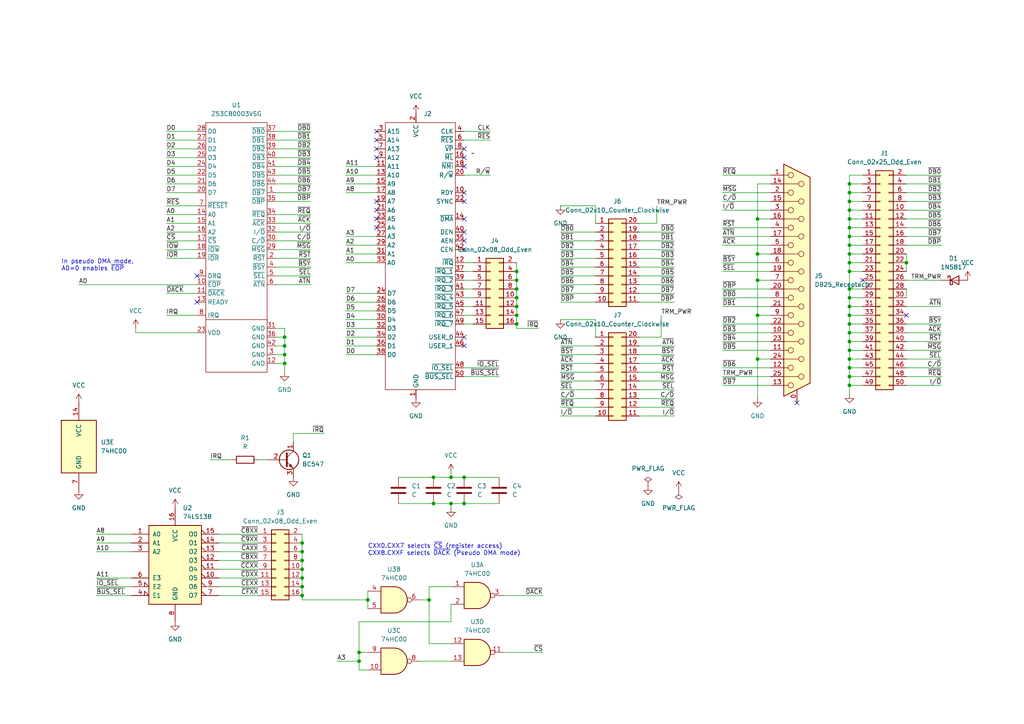
<source format=kicad_sch>
(kicad_sch (version 20230121) (generator eeschema)
  (paper "A4")
  (junction (at 106.68 173.99))
  (junction (at 246.38 60.96))
  (junction (at 219.71 104.14))
  (junction (at 149.86 86.36))
  (junction (at 134.62 138.43))
  (junction (at 82.55 105.41))
  (junction (at 87.63 172.72))
  (junction (at 246.38 83.82))
  (junction (at 246.38 66.04))
  (junction (at 246.38 76.2))
  (junction (at 246.38 68.58))
  (junction (at 246.38 88.9))
  (junction (at 246.38 55.88))
  (junction (at 246.38 63.5))
  (junction (at 149.86 88.9))
  (junction (at 149.86 91.44))
  (junction (at 246.38 86.36))
  (junction (at 149.86 81.28))
  (junction (at 149.86 93.98))
  (junction (at 130.81 138.43))
  (junction (at 262.89 76.2))
  (junction (at 87.63 157.48))
  (junction (at 246.38 104.14))
  (junction (at 149.86 83.82))
  (junction (at 130.81 146.05))
  (junction (at 246.38 96.52))
  (junction (at 149.86 78.74))
  (junction (at 87.63 167.64))
  (junction (at 246.38 106.68))
  (junction (at 246.38 78.74))
  (junction (at 219.71 91.44))
  (junction (at 246.38 101.6))
  (junction (at 87.63 165.1))
  (junction (at 82.55 102.87))
  (junction (at 87.63 160.02))
  (junction (at 219.71 63.5))
  (junction (at 246.38 93.98))
  (junction (at 125.73 138.43))
  (junction (at 246.38 73.66))
  (junction (at 82.55 100.33))
  (junction (at 104.14 191.77))
  (junction (at 125.73 146.05))
  (junction (at 134.62 146.05))
  (junction (at 87.63 170.18))
  (junction (at 124.46 173.99))
  (junction (at 104.14 189.23))
  (junction (at 87.63 162.56))
  (junction (at 246.38 71.12))
  (junction (at 246.38 99.06))
  (junction (at 246.38 91.44))
  (junction (at 219.71 73.66))
  (junction (at 82.55 97.79))
  (junction (at 246.38 109.22))
  (junction (at 246.38 111.76))
  (junction (at 219.71 81.28))
  (junction (at 246.38 58.42))
  (junction (at 246.38 53.34))
  (no_connect (at 109.22 40.64))
  (no_connect (at 134.62 55.88))
  (no_connect (at 109.22 38.1))
  (no_connect (at 134.62 97.79))
  (no_connect (at 57.15 80.01))
  (no_connect (at 57.15 87.63))
  (no_connect (at 109.22 43.18))
  (no_connect (at 109.22 60.96))
  (no_connect (at 250.19 81.28))
  (no_connect (at 109.22 45.72))
  (no_connect (at 109.22 66.04))
  (no_connect (at 134.62 72.39))
  (no_connect (at 134.62 45.72))
  (no_connect (at 134.62 69.85))
  (no_connect (at 231.14 116.84))
  (no_connect (at 134.62 43.18))
  (no_connect (at 109.22 58.42))
  (no_connect (at 134.62 48.26))
  (no_connect (at 134.62 67.31))
  (no_connect (at 262.89 91.44))
  (no_connect (at 109.22 63.5))
  (no_connect (at 134.62 63.5))
  (no_connect (at 134.62 100.33))
  (no_connect (at 134.62 58.42))
  (wire (pts (xy 100.33 48.26) (xy 109.22 48.26)))
  (wire (pts (xy 146.05 172.72) (xy 157.48 172.72)))
  (wire (pts (xy 262.89 73.66) (xy 262.89 76.2)))
  (wire (pts (xy 209.55 60.96) (xy 223.52 60.96)))
  (wire (pts (xy 162.56 87.63) (xy 172.72 87.63)))
  (wire (pts (xy 130.81 186.69) (xy 124.46 186.69)))
  (wire (pts (xy 100.33 85.09) (xy 109.22 85.09)))
  (wire (pts (xy 39.37 95.25) (xy 39.37 96.52)))
  (wire (pts (xy 162.56 85.09) (xy 172.72 85.09)))
  (wire (pts (xy 209.55 66.04) (xy 223.52 66.04)))
  (wire (pts (xy 246.38 66.04) (xy 246.38 68.58)))
  (wire (pts (xy 246.38 96.52) (xy 250.19 96.52)))
  (wire (pts (xy 246.38 50.8) (xy 246.38 53.34)))
  (wire (pts (xy 115.57 146.05) (xy 125.73 146.05)))
  (wire (pts (xy 48.26 40.64) (xy 57.15 40.64)))
  (wire (pts (xy 90.17 77.47) (xy 80.01 77.47)))
  (wire (pts (xy 90.17 53.34) (xy 80.01 53.34)))
  (wire (pts (xy 48.26 50.8) (xy 57.15 50.8)))
  (wire (pts (xy 246.38 66.04) (xy 250.19 66.04)))
  (wire (pts (xy 149.86 91.44) (xy 149.86 93.98)))
  (wire (pts (xy 130.81 146.05) (xy 130.81 147.32)))
  (wire (pts (xy 90.17 40.64) (xy 80.01 40.64)))
  (wire (pts (xy 246.38 86.36) (xy 250.19 86.36)))
  (wire (pts (xy 162.56 115.57) (xy 172.72 115.57)))
  (wire (pts (xy 100.33 73.66) (xy 109.22 73.66)))
  (wire (pts (xy 130.81 146.05) (xy 134.62 146.05)))
  (wire (pts (xy 246.38 91.44) (xy 250.19 91.44)))
  (wire (pts (xy 195.58 74.93) (xy 185.42 74.93)))
  (wire (pts (xy 162.56 118.11) (xy 172.72 118.11)))
  (wire (pts (xy 48.26 43.18) (xy 57.15 43.18)))
  (wire (pts (xy 85.09 128.27) (xy 85.09 125.73)))
  (wire (pts (xy 273.05 58.42) (xy 262.89 58.42)))
  (wire (pts (xy 273.05 66.04) (xy 262.89 66.04)))
  (wire (pts (xy 246.38 68.58) (xy 246.38 71.12)))
  (wire (pts (xy 195.58 69.85) (xy 185.42 69.85)))
  (wire (pts (xy 82.55 100.33) (xy 82.55 102.87)))
  (wire (pts (xy 137.16 93.98) (xy 134.62 93.98)))
  (wire (pts (xy 134.62 106.68) (xy 144.78 106.68)))
  (wire (pts (xy 246.38 104.14) (xy 246.38 106.68)))
  (wire (pts (xy 246.38 63.5) (xy 250.19 63.5)))
  (wire (pts (xy 82.55 105.41) (xy 82.55 107.95)))
  (wire (pts (xy 100.33 68.58) (xy 109.22 68.58)))
  (wire (pts (xy 137.16 78.74) (xy 134.62 78.74)))
  (wire (pts (xy 74.93 154.94) (xy 63.5 154.94)))
  (wire (pts (xy 273.05 99.06) (xy 262.89 99.06)))
  (wire (pts (xy 60.96 133.35) (xy 67.31 133.35)))
  (wire (pts (xy 87.63 170.18) (xy 87.63 172.72)))
  (wire (pts (xy 246.38 55.88) (xy 246.38 58.42)))
  (wire (pts (xy 246.38 101.6) (xy 250.19 101.6)))
  (wire (pts (xy 185.42 64.77) (xy 190.5 64.77)))
  (wire (pts (xy 130.81 175.26) (xy 130.81 180.34)))
  (wire (pts (xy 246.38 99.06) (xy 246.38 101.6)))
  (wire (pts (xy 90.17 64.77) (xy 80.01 64.77)))
  (wire (pts (xy 100.33 92.71) (xy 109.22 92.71)))
  (wire (pts (xy 162.56 59.69) (xy 172.72 59.69)))
  (wire (pts (xy 87.63 157.48) (xy 87.63 160.02)))
  (wire (pts (xy 246.38 71.12) (xy 246.38 73.66)))
  (wire (pts (xy 100.33 87.63) (xy 109.22 87.63)))
  (wire (pts (xy 273.05 96.52) (xy 262.89 96.52)))
  (wire (pts (xy 195.58 67.31) (xy 185.42 67.31)))
  (wire (pts (xy 273.05 93.98) (xy 262.89 93.98)))
  (wire (pts (xy 48.26 64.77) (xy 57.15 64.77)))
  (wire (pts (xy 125.73 146.05) (xy 130.81 146.05)))
  (wire (pts (xy 149.86 76.2) (xy 149.86 78.74)))
  (wire (pts (xy 38.1 170.18) (xy 27.94 170.18)))
  (wire (pts (xy 48.26 53.34) (xy 57.15 53.34)))
  (wire (pts (xy 219.71 104.14) (xy 219.71 115.57)))
  (wire (pts (xy 48.26 59.69) (xy 57.15 59.69)))
  (wire (pts (xy 87.63 154.94) (xy 87.63 157.48)))
  (wire (pts (xy 246.38 63.5) (xy 246.38 66.04)))
  (wire (pts (xy 162.56 100.33) (xy 172.72 100.33)))
  (wire (pts (xy 162.56 107.95) (xy 172.72 107.95)))
  (wire (pts (xy 209.55 88.9) (xy 223.52 88.9)))
  (wire (pts (xy 246.38 78.74) (xy 250.19 78.74)))
  (wire (pts (xy 82.55 102.87) (xy 82.55 105.41)))
  (wire (pts (xy 87.63 173.99) (xy 106.68 173.99)))
  (wire (pts (xy 246.38 55.88) (xy 250.19 55.88)))
  (wire (pts (xy 246.38 109.22) (xy 246.38 111.76)))
  (wire (pts (xy 27.94 167.64) (xy 38.1 167.64)))
  (wire (pts (xy 219.71 63.5) (xy 219.71 73.66)))
  (wire (pts (xy 100.33 76.2) (xy 109.22 76.2)))
  (wire (pts (xy 104.14 191.77) (xy 104.14 194.31)))
  (wire (pts (xy 82.55 100.33) (xy 80.01 100.33)))
  (wire (pts (xy 149.86 78.74) (xy 149.86 81.28)))
  (wire (pts (xy 209.55 93.98) (xy 223.52 93.98)))
  (wire (pts (xy 209.55 76.2) (xy 223.52 76.2)))
  (wire (pts (xy 74.93 160.02) (xy 63.5 160.02)))
  (wire (pts (xy 106.68 173.99) (xy 106.68 171.45)))
  (wire (pts (xy 82.55 105.41) (xy 80.01 105.41)))
  (wire (pts (xy 90.17 55.88) (xy 80.01 55.88)))
  (wire (pts (xy 27.94 154.94) (xy 38.1 154.94)))
  (wire (pts (xy 246.38 101.6) (xy 246.38 104.14)))
  (wire (pts (xy 162.56 72.39) (xy 172.72 72.39)))
  (wire (pts (xy 149.86 83.82) (xy 149.86 86.36)))
  (wire (pts (xy 115.57 138.43) (xy 125.73 138.43)))
  (wire (pts (xy 191.77 97.79) (xy 191.77 91.44)))
  (wire (pts (xy 246.38 83.82) (xy 246.38 86.36)))
  (wire (pts (xy 90.17 43.18) (xy 80.01 43.18)))
  (wire (pts (xy 172.72 92.71) (xy 172.72 97.79)))
  (wire (pts (xy 195.58 85.09) (xy 185.42 85.09)))
  (wire (pts (xy 48.26 67.31) (xy 57.15 67.31)))
  (wire (pts (xy 219.71 73.66) (xy 223.52 73.66)))
  (wire (pts (xy 74.93 157.48) (xy 63.5 157.48)))
  (wire (pts (xy 100.33 100.33) (xy 109.22 100.33)))
  (wire (pts (xy 246.38 96.52) (xy 246.38 99.06)))
  (wire (pts (xy 130.81 180.34) (xy 104.14 180.34)))
  (wire (pts (xy 106.68 173.99) (xy 106.68 176.53)))
  (wire (pts (xy 82.55 95.25) (xy 80.01 95.25)))
  (wire (pts (xy 246.38 60.96) (xy 250.19 60.96)))
  (wire (pts (xy 223.52 53.34) (xy 219.71 53.34)))
  (wire (pts (xy 100.33 95.25) (xy 109.22 95.25)))
  (wire (pts (xy 162.56 74.93) (xy 172.72 74.93)))
  (wire (pts (xy 246.38 93.98) (xy 250.19 93.98)))
  (wire (pts (xy 124.46 170.18) (xy 130.81 170.18)))
  (wire (pts (xy 195.58 118.11) (xy 185.42 118.11)))
  (wire (pts (xy 246.38 111.76) (xy 246.38 114.3)))
  (wire (pts (xy 209.55 83.82) (xy 223.52 83.82)))
  (wire (pts (xy 246.38 58.42) (xy 250.19 58.42)))
  (wire (pts (xy 137.16 83.82) (xy 134.62 83.82)))
  (wire (pts (xy 209.55 99.06) (xy 223.52 99.06)))
  (wire (pts (xy 121.92 173.99) (xy 124.46 173.99)))
  (wire (pts (xy 273.05 106.68) (xy 262.89 106.68)))
  (wire (pts (xy 149.86 86.36) (xy 149.86 88.9)))
  (wire (pts (xy 90.17 45.72) (xy 80.01 45.72)))
  (wire (pts (xy 48.26 91.44) (xy 57.15 91.44)))
  (wire (pts (xy 134.62 138.43) (xy 144.78 138.43)))
  (wire (pts (xy 162.56 92.71) (xy 172.72 92.71)))
  (wire (pts (xy 195.58 107.95) (xy 185.42 107.95)))
  (wire (pts (xy 246.38 60.96) (xy 246.38 63.5)))
  (wire (pts (xy 87.63 160.02) (xy 87.63 162.56)))
  (wire (pts (xy 185.42 97.79) (xy 191.77 97.79)))
  (wire (pts (xy 90.17 58.42) (xy 80.01 58.42)))
  (wire (pts (xy 209.55 111.76) (xy 223.52 111.76)))
  (wire (pts (xy 246.38 73.66) (xy 246.38 76.2)))
  (wire (pts (xy 209.55 58.42) (xy 223.52 58.42)))
  (wire (pts (xy 246.38 78.74) (xy 246.38 83.82)))
  (wire (pts (xy 137.16 91.44) (xy 134.62 91.44)))
  (wire (pts (xy 48.26 85.09) (xy 57.15 85.09)))
  (wire (pts (xy 246.38 88.9) (xy 246.38 91.44)))
  (wire (pts (xy 209.55 71.12) (xy 223.52 71.12)))
  (wire (pts (xy 121.92 191.77) (xy 130.81 191.77)))
  (wire (pts (xy 219.71 63.5) (xy 223.52 63.5)))
  (wire (pts (xy 209.55 68.58) (xy 223.52 68.58)))
  (wire (pts (xy 137.16 86.36) (xy 134.62 86.36)))
  (wire (pts (xy 90.17 82.55) (xy 80.01 82.55)))
  (wire (pts (xy 162.56 80.01) (xy 172.72 80.01)))
  (wire (pts (xy 195.58 102.87) (xy 185.42 102.87)))
  (wire (pts (xy 48.26 48.26) (xy 57.15 48.26)))
  (wire (pts (xy 104.14 194.31) (xy 106.68 194.31)))
  (wire (pts (xy 27.94 157.48) (xy 38.1 157.48)))
  (wire (pts (xy 246.38 99.06) (xy 250.19 99.06)))
  (wire (pts (xy 162.56 105.41) (xy 172.72 105.41)))
  (wire (pts (xy 246.38 76.2) (xy 246.38 78.74)))
  (wire (pts (xy 209.55 50.8) (xy 223.52 50.8)))
  (wire (pts (xy 87.63 165.1) (xy 87.63 167.64)))
  (wire (pts (xy 219.71 91.44) (xy 219.71 104.14)))
  (wire (pts (xy 100.33 90.17) (xy 109.22 90.17)))
  (wire (pts (xy 273.05 111.76) (xy 262.89 111.76)))
  (wire (pts (xy 74.93 170.18) (xy 63.5 170.18)))
  (wire (pts (xy 195.58 120.65) (xy 185.42 120.65)))
  (wire (pts (xy 27.94 160.02) (xy 38.1 160.02)))
  (wire (pts (xy 149.86 93.98) (xy 149.86 95.25)))
  (wire (pts (xy 246.38 58.42) (xy 246.38 60.96)))
  (wire (pts (xy 246.38 88.9) (xy 250.19 88.9)))
  (wire (pts (xy 195.58 105.41) (xy 185.42 105.41)))
  (wire (pts (xy 90.17 48.26) (xy 80.01 48.26)))
  (wire (pts (xy 246.38 106.68) (xy 246.38 109.22)))
  (wire (pts (xy 104.14 189.23) (xy 104.14 191.77)))
  (wire (pts (xy 100.33 97.79) (xy 109.22 97.79)))
  (wire (pts (xy 209.55 109.22) (xy 223.52 109.22)))
  (wire (pts (xy 149.86 88.9) (xy 149.86 91.44)))
  (wire (pts (xy 134.62 38.1) (xy 142.24 38.1)))
  (wire (pts (xy 209.55 96.52) (xy 223.52 96.52)))
  (wire (pts (xy 246.38 68.58) (xy 250.19 68.58)))
  (wire (pts (xy 162.56 120.65) (xy 172.72 120.65)))
  (wire (pts (xy 195.58 80.01) (xy 185.42 80.01)))
  (wire (pts (xy 82.55 102.87) (xy 80.01 102.87)))
  (wire (pts (xy 74.93 172.72) (xy 63.5 172.72)))
  (wire (pts (xy 246.38 106.68) (xy 250.19 106.68)))
  (wire (pts (xy 262.89 76.2) (xy 262.89 78.74)))
  (wire (pts (xy 74.93 162.56) (xy 63.5 162.56)))
  (wire (pts (xy 273.05 53.34) (xy 262.89 53.34)))
  (wire (pts (xy 48.26 72.39) (xy 57.15 72.39)))
  (wire (pts (xy 82.55 95.25) (xy 82.55 97.79)))
  (wire (pts (xy 246.38 71.12) (xy 250.19 71.12)))
  (wire (pts (xy 100.33 53.34) (xy 109.22 53.34)))
  (wire (pts (xy 38.1 172.72) (xy 27.94 172.72)))
  (wire (pts (xy 273.05 50.8) (xy 262.89 50.8)))
  (wire (pts (xy 209.55 106.68) (xy 223.52 106.68)))
  (wire (pts (xy 246.38 104.14) (xy 250.19 104.14)))
  (wire (pts (xy 137.16 76.2) (xy 134.62 76.2)))
  (wire (pts (xy 273.05 71.12) (xy 262.89 71.12)))
  (wire (pts (xy 273.05 55.88) (xy 262.89 55.88)))
  (wire (pts (xy 219.71 53.34) (xy 219.71 63.5)))
  (wire (pts (xy 162.56 82.55) (xy 172.72 82.55)))
  (wire (pts (xy 219.71 81.28) (xy 223.52 81.28)))
  (wire (pts (xy 273.05 60.96) (xy 262.89 60.96)))
  (wire (pts (xy 219.71 91.44) (xy 223.52 91.44)))
  (wire (pts (xy 74.93 165.1) (xy 63.5 165.1)))
  (wire (pts (xy 162.56 113.03) (xy 172.72 113.03)))
  (wire (pts (xy 246.38 109.22) (xy 250.19 109.22)))
  (wire (pts (xy 48.26 38.1) (xy 57.15 38.1)))
  (wire (pts (xy 246.38 91.44) (xy 246.38 93.98)))
  (wire (pts (xy 90.17 74.93) (xy 80.01 74.93)))
  (wire (pts (xy 104.14 180.34) (xy 104.14 189.23)))
  (wire (pts (xy 195.58 82.55) (xy 185.42 82.55)))
  (wire (pts (xy 209.55 86.36) (xy 223.52 86.36)))
  (wire (pts (xy 162.56 67.31) (xy 172.72 67.31)))
  (wire (pts (xy 137.16 81.28) (xy 134.62 81.28)))
  (wire (pts (xy 195.58 77.47) (xy 185.42 77.47)))
  (wire (pts (xy 48.26 55.88) (xy 57.15 55.88)))
  (wire (pts (xy 137.16 88.9) (xy 134.62 88.9)))
  (wire (pts (xy 134.62 50.8) (xy 142.24 50.8)))
  (wire (pts (xy 87.63 162.56) (xy 87.63 165.1)))
  (wire (pts (xy 246.38 73.66) (xy 250.19 73.66)))
  (wire (pts (xy 82.55 97.79) (xy 80.01 97.79)))
  (wire (pts (xy 146.05 189.23) (xy 157.48 189.23)))
  (wire (pts (xy 195.58 100.33) (xy 185.42 100.33)))
  (wire (pts (xy 124.46 186.69) (xy 124.46 173.99)))
  (wire (pts (xy 87.63 167.64) (xy 87.63 170.18)))
  (wire (pts (xy 273.05 88.9) (xy 262.89 88.9)))
  (wire (pts (xy 190.5 64.77) (xy 190.5 59.69)))
  (wire (pts (xy 74.93 167.64) (xy 63.5 167.64)))
  (wire (pts (xy 195.58 110.49) (xy 185.42 110.49)))
  (wire (pts (xy 134.62 40.64) (xy 142.24 40.64)))
  (wire (pts (xy 90.17 72.39) (xy 80.01 72.39)))
  (wire (pts (xy 85.09 125.73) (xy 93.98 125.73)))
  (wire (pts (xy 74.93 133.35) (xy 77.47 133.35)))
  (wire (pts (xy 172.72 59.69) (xy 172.72 64.77)))
  (wire (pts (xy 262.89 83.82) (xy 262.89 86.36)))
  (wire (pts (xy 209.55 78.74) (xy 223.52 78.74)))
  (wire (pts (xy 90.17 67.31) (xy 80.01 67.31)))
  (wire (pts (xy 246.38 93.98) (xy 246.38 96.52)))
  (wire (pts (xy 149.86 95.25) (xy 156.21 95.25)))
  (wire (pts (xy 219.71 81.28) (xy 219.71 91.44)))
  (wire (pts (xy 87.63 173.99) (xy 87.63 172.72)))
  (wire (pts (xy 246.38 53.34) (xy 250.19 53.34)))
  (wire (pts (xy 124.46 173.99) (xy 124.46 170.18)))
  (wire (pts (xy 162.56 102.87) (xy 172.72 102.87)))
  (wire (pts (xy 82.55 97.79) (xy 82.55 100.33)))
  (wire (pts (xy 209.55 55.88) (xy 223.52 55.88)))
  (wire (pts (xy 48.26 62.23) (xy 57.15 62.23)))
  (wire (pts (xy 273.05 104.14) (xy 262.89 104.14)))
  (wire (pts (xy 273.05 81.28) (xy 262.89 81.28)))
  (wire (pts (xy 246.38 86.36) (xy 246.38 88.9)))
  (wire (pts (xy 48.26 45.72) (xy 57.15 45.72)))
  (wire (pts (xy 273.05 68.58) (xy 262.89 68.58)))
  (wire (pts (xy 134.62 146.05) (xy 144.78 146.05)))
  (wire (pts (xy 90.17 80.01) (xy 80.01 80.01)))
  (wire (pts (xy 246.38 111.76) (xy 250.19 111.76)))
  (wire (pts (xy 22.86 82.55) (xy 57.15 82.55)))
  (wire (pts (xy 48.26 74.93) (xy 57.15 74.93)))
  (wire (pts (xy 39.37 96.52) (xy 57.15 96.52)))
  (wire (pts (xy 195.58 113.03) (xy 185.42 113.03)))
  (wire (pts (xy 246.38 53.34) (xy 246.38 55.88)))
  (wire (pts (xy 195.58 115.57) (xy 185.42 115.57)))
  (wire (pts (xy 246.38 50.8) (xy 250.19 50.8)))
  (wire (pts (xy 273.05 109.22) (xy 262.89 109.22)))
  (wire (pts (xy 219.71 73.66) (xy 219.71 81.28)))
  (wire (pts (xy 100.33 102.87) (xy 109.22 102.87)))
  (wire (pts (xy 149.86 81.28) (xy 149.86 83.82)))
  (wire (pts (xy 90.17 38.1) (xy 80.01 38.1)))
  (wire (pts (xy 246.38 83.82) (xy 250.19 83.82)))
  (wire (pts (xy 162.56 69.85) (xy 172.72 69.85)))
  (wire (pts (xy 219.71 104.14) (xy 223.52 104.14)))
  (wire (pts (xy 162.56 77.47) (xy 172.72 77.47)))
  (wire (pts (xy 273.05 63.5) (xy 262.89 63.5)))
  (wire (pts (xy 134.62 109.22) (xy 144.78 109.22)))
  (wire (pts (xy 195.58 87.63) (xy 185.42 87.63)))
  (wire (pts (xy 273.05 101.6) (xy 262.89 101.6)))
  (wire (pts (xy 97.79 191.77) (xy 104.14 191.77)))
  (wire (pts (xy 100.33 55.88) (xy 109.22 55.88)))
  (wire (pts (xy 130.81 138.43) (xy 134.62 138.43)))
  (wire (pts (xy 106.68 189.23) (xy 104.14 189.23)))
  (wire (pts (xy 209.55 101.6) (xy 223.52 101.6)))
  (wire (pts (xy 130.81 137.16) (xy 130.81 138.43)))
  (wire (pts (xy 48.26 69.85) (xy 57.15 69.85)))
  (wire (pts (xy 246.38 76.2) (xy 250.19 76.2)))
  (wire (pts (xy 100.33 50.8) (xy 109.22 50.8)))
  (wire (pts (xy 162.56 110.49) (xy 172.72 110.49)))
  (wire (pts (xy 100.33 71.12) (xy 109.22 71.12)))
  (wire (pts (xy 195.58 72.39) (xy 185.42 72.39)))
  (wire (pts (xy 125.73 138.43) (xy 130.81 138.43)))
  (wire (pts (xy 90.17 69.85) (xy 80.01 69.85)))
  (wire (pts (xy 90.17 50.8) (xy 80.01 50.8)))
  (wire (pts (xy 90.17 62.23) (xy 80.01 62.23)))
  (text "CXX0.CXX7 selects ~{CS} (register access)\nCXX8.CXXF selects ~{DACK} (Pseudo DMA mode)" (at 106.68 161.29 0) (effects (font (size 1.27 1.27)) (justify left bottom)))
  (text "In pseudo DMA mode,\nA0=0 enables ~{EOP}" (at 17.78 78.74 0) (effects (font (size 1.27 1.27)) (justify left bottom)))
  (label "D1" (at 100.33 100.33 0))
  (label "IRQ" (at 60.96 133.35 0))
  (label "~{DBP}" (at 195.58 87.63 180))
  (label "~{SEL}" (at 195.58 113.03 180))
  (label "~{BSY}" (at 162.56 102.87 0))
  (label "~{MSG}" (at 162.56 110.49 0))
  (label "A11" (at 100.33 48.26 0))
  (label "~{DB5}" (at 273.05 63.5 180))
  (label "A0" (at 22.86 82.55 0))
  (label "~{SEL}" (at 162.56 113.03 0))
  (label "A10" (at 100.33 50.8 0))
  (label "~{IO_SEL}" (at 144.78 106.68 180))
  (label "~{DB7}" (at 273.05 68.58 180))
  (label "D3" (at 48.26 45.72 0))
  (label "~{REQ}" (at 162.56 118.11 0))
  (label "~{RST}" (at 209.55 66.04 0))
  (label "D5" (at 100.33 90.17 0))
  (label "TRM_PWR" (at 273.05 81.28 180))
  (label "~{DB3}" (at 90.17 45.72 180))
  (label "A3" (at 97.79 191.77 0))
  (label "D6" (at 48.26 53.34 0))
  (label "~{DB7}" (at 90.17 55.88 180))
  (label "A3" (at 100.33 68.58 0))
  (label "~{DB4}" (at 209.55 99.06 0))
  (label "~{DACK}" (at 48.26 85.09 0))
  (label "~{CEXX}" (at 74.93 170.18 180))
  (label "C{slash}~{D}" (at 90.17 69.85 180))
  (label "A0" (at 48.26 62.23 0))
  (label "~{C9XX}" (at 74.93 157.48 180))
  (label "IRQ" (at 48.26 91.44 0))
  (label "~{DBP}" (at 273.05 71.12 180))
  (label "I{slash}~{O}" (at 209.55 60.96 0))
  (label "~{IOW}" (at 48.26 72.39 0))
  (label "~{BUS_SEL}" (at 27.94 172.72 0))
  (label "~{ATN}" (at 195.58 100.33 180))
  (label "A1" (at 100.33 73.66 0))
  (label "C{slash}~{D}" (at 195.58 115.57 180))
  (label "A8" (at 27.94 154.94 0))
  (label "~{DB0}" (at 90.17 38.1 180))
  (label "~{DB6}" (at 162.56 82.55 0))
  (label "~{RST}" (at 195.58 107.95 180))
  (label "I{slash}~{O}" (at 273.05 111.76 180))
  (label "~{ACK}" (at 209.55 71.12 0))
  (label "~{DB1}" (at 162.56 69.85 0))
  (label "~{ACK}" (at 273.05 96.52 180))
  (label "~{DB4}" (at 90.17 48.26 180))
  (label "D6" (at 100.33 87.63 0))
  (label "~{ACK}" (at 195.58 105.41 180))
  (label "~{DBP}" (at 90.17 58.42 180))
  (label "~{DB0}" (at 273.05 50.8 180))
  (label "D3" (at 100.33 95.25 0))
  (label "~{DB2}" (at 209.55 93.98 0))
  (label "A0" (at 100.33 76.2 0))
  (label "D7" (at 100.33 85.09 0))
  (label "~{ACK}" (at 90.17 64.77 180))
  (label "~{SEL}" (at 90.17 80.01 180))
  (label "~{REQ}" (at 273.05 109.22 180))
  (label "~{REQ}" (at 195.58 118.11 180))
  (label "~{DB1}" (at 90.17 40.64 180))
  (label "D2" (at 100.33 97.79 0))
  (label "~{DB1}" (at 209.55 88.9 0))
  (label "~{DB5}" (at 195.58 80.01 180))
  (label "~{BSY}" (at 90.17 77.47 180))
  (label "C{slash}~{D}" (at 273.05 106.68 180))
  (label "~{ATN}" (at 90.17 82.55 180))
  (label "A2" (at 48.26 67.31 0))
  (label "~{DB6}" (at 90.17 53.34 180))
  (label "D0" (at 48.26 38.1 0))
  (label "~{DB5}" (at 162.56 80.01 0))
  (label "I{slash}~{O}" (at 90.17 67.31 180))
  (label "~{BSY}" (at 209.55 76.2 0))
  (label "~{DB2}" (at 162.56 72.39 0))
  (label "~{IRQ}" (at 156.21 95.25 180))
  (label "~{DB3}" (at 209.55 96.52 0))
  (label "~{BUS_SEL}" (at 144.78 109.22 180))
  (label "~{DB3}" (at 162.56 74.93 0))
  (label "~{DB7}" (at 162.56 85.09 0))
  (label "D2" (at 48.26 43.18 0))
  (label "A11" (at 27.94 167.64 0))
  (label "~{RES}" (at 142.24 40.64 180))
  (label "~{C8XX}" (at 74.93 154.94 180))
  (label "C{slash}~{D}" (at 209.55 58.42 0))
  (label "~{DB6}" (at 195.58 82.55 180))
  (label "~{DB3}" (at 195.58 74.93 180))
  (label "~{DB3}" (at 273.05 58.42 180))
  (label "A8" (at 100.33 55.88 0))
  (label "~{MSG}" (at 195.58 110.49 180))
  (label "~{DB4}" (at 273.05 60.96 180))
  (label "D4" (at 48.26 48.26 0))
  (label "~{RST}" (at 162.56 107.95 0))
  (label "C{slash}~{D}" (at 162.56 115.57 0))
  (label "TRM_PWR" (at 191.77 91.44 0))
  (label "~{REQ}" (at 209.55 50.8 0))
  (label "A1" (at 48.26 64.77 0))
  (label "D7" (at 48.26 55.88 0))
  (label "~{MSG}" (at 209.55 55.88 0))
  (label "~{DB2}" (at 90.17 43.18 180))
  (label "~{SEL}" (at 273.05 104.14 180))
  (label "~{DB0}" (at 162.56 67.31 0))
  (label "~{DB7}" (at 209.55 111.76 0))
  (label "~{DB2}" (at 195.58 72.39 180))
  (label "~{IRQ}" (at 93.98 125.73 180))
  (label "I{slash}~{O}" (at 195.58 120.65 180))
  (label "~{ATN}" (at 209.55 68.58 0))
  (label "A2" (at 100.33 71.12 0))
  (label "D0" (at 100.33 102.87 0))
  (label "~{SEL}" (at 209.55 78.74 0))
  (label "D5" (at 48.26 50.8 0))
  (label "TRM_PWR" (at 209.55 109.22 0))
  (label "~{RST}" (at 90.17 74.93 180))
  (label "~{DB6}" (at 273.05 66.04 180))
  (label "~{DB4}" (at 195.58 77.47 180))
  (label "~{CDXX}" (at 74.93 167.64 180))
  (label "~{DACK}" (at 157.48 172.72 180))
  (label "~{BSY}" (at 273.05 93.98 180))
  (label "~{ATN}" (at 162.56 100.33 0))
  (label "~{DB5}" (at 90.17 50.8 180))
  (label "~{DB0}" (at 209.55 86.36 0))
  (label "~{DB7}" (at 195.58 85.09 180))
  (label "~{MSG}" (at 90.17 72.39 180))
  (label "~{CS}" (at 48.26 69.85 0))
  (label "~{DBP}" (at 209.55 83.82 0))
  (label "~{DB6}" (at 209.55 106.68 0))
  (label "D4" (at 100.33 92.71 0))
  (label "~{CS}" (at 157.48 189.23 180))
  (label "~{DB2}" (at 273.05 55.88 180))
  (label "~{CBXX}" (at 74.93 162.56 180))
  (label "~{BSY}" (at 195.58 102.87 180))
  (label "~{CFXX}" (at 74.93 172.72 180))
  (label "~{DB5}" (at 209.55 101.6 0))
  (label "~{MSG}" (at 273.05 101.6 180))
  (label "~{ATN}" (at 273.05 88.9 180))
  (label "~{DBP}" (at 162.56 87.63 0))
  (label "~{CAXX}" (at 74.93 160.02 180))
  (label "D1" (at 48.26 40.64 0))
  (label "~{IOR}" (at 48.26 74.93 0))
  (label "~{RES}" (at 48.26 59.69 0))
  (label "R{slash}~{W}" (at 142.24 50.8 180))
  (label "~{DB4}" (at 162.56 77.47 0))
  (label "~{DB1}" (at 195.58 69.85 180))
  (label "~{RST}" (at 273.05 99.06 180))
  (label "CLK" (at 142.24 38.1 180))
  (label "~{ACK}" (at 162.56 105.41 0))
  (label "~{DB0}" (at 195.58 67.31 180))
  (label "I{slash}~{O}" (at 162.56 120.65 0))
  (label "A10" (at 27.94 160.02 0))
  (label "A9" (at 27.94 157.48 0))
  (label "TRM_PWR" (at 190.5 59.69 0))
  (label "~{REQ}" (at 90.17 62.23 180))
  (label "~{DB1}" (at 273.05 53.34 180))
  (label "A9" (at 100.33 53.34 0))
  (label "~{IO_SEL}" (at 27.94 170.18 0))
  (label "~{CCXX}" (at 74.93 165.1 180))
  (symbol (lib_id "Connector:DB25_Receptacle_MountingHoles") (at 231.14 81.28 0) (unit 1)
    (property "Reference" "J5" (at 236.22 80.01 0) (effects (justify left)))
    (property "Value" "DB25_Receptacle" (at 236.22 82.55 0) (effects (justify left)))
    (property "Footprint" "Connector_Dsub:DSUB-25_Female_Horizontal_P2.77x2.84mm_EdgePinOffset4.94mm_Housed_MountingHolesOffset7.48mm" (effects hide))
    (property "Datasheet" " ~" (effects hide))
  )
  (symbol (lib_id "Device:C") (at 144.78 142.24 0) (unit 1)
    (property "Reference" "C4" (at 148.59 140.97 0) (effects (justify left)))
    (property "Value" "C" (at 148.59 143.51 0) (effects (justify left)))
    (property "Footprint" "Capacitor_THT:CP_Radial_D5.0mm_P2.00mm" (effects hide))
  )
  (symbol (lib_id "74xx:74HC00") (at 114.3 173.99 0) (unit 2)
    (property "Reference" "U3" (at 114.2917 165.1 0))
    (property "Value" "74HC00" (at 114.2917 167.64 0))
    (property "Footprint" "Package_DIP:DIP-14_W7.62mm" (effects hide))
    (property "Datasheet" "http://www.ti.com/lit/gpn/sn74hc00" (effects hide))
  )
  (symbol (lib_id "Connector_Generic:Conn_02x08_Odd_Even") (at 142.24 83.82 0) (unit 1)
    (property "Reference" "J4" (at 143.51 69.85 0))
    (property "Value" "Conn_02x08_Odd_Even" (at 143.51 72.39 0))
    (property "Footprint" "Connector_PinHeader_2.54mm:PinHeader_2x08_P2.54mm_Vertical" (effects hide))
  )
  (symbol (lib_id "power:GND") (at 22.86 142.24 0) (unit 1)
    (property "Reference" "#PWR09" (effects hide))
    (property "Value" "GND" (at 22.86 147.32 0))
  )
  (symbol (lib_id "Device:R") (at 71.12 133.35 90) (unit 1)
    (property "Reference" "R1" (at 71.12 127 90))
    (property "Value" "R" (at 71.12 129.54 90))
    (property "Footprint" "Resistor_THT:R_Axial_DIN0204_L3.6mm_D1.6mm_P7.62mm_Horizontal" (effects hide))
  )
  (symbol (lib_id "fp65:Z53C8003VSG") (at 68.58 35.56 0) (unit 1)
    (property "Reference" "U1" (at 68.58 30.48 0))
    (property "Value" "Z53C80003VSG" (at 68.58 33.02 0))
    (property "Footprint" "Package_LCC:PLCC-44_THT-Socket" (effects hide))
    (property "Datasheet" "https://downloads.reactivemicro.com/Electronics/Micro%20Controller/53C80%20SCSI.pdf" (effects hide))
  )
  (symbol (lib_id "74xx:74HC00") (at 138.43 189.23 0) (unit 4)
    (property "Reference" "U3" (at 138.4217 180.34 0))
    (property "Value" "74HC00" (at 138.4217 182.88 0))
    (property "Footprint" "Package_DIP:DIP-14_W7.62mm" (effects hide))
    (property "Datasheet" "http://www.ti.com/lit/gpn/sn74hc00" (effects hide))
  )
  (symbol (lib_id "Transistor_BJT:BC547") (at 82.55 133.35 0) (unit 1)
    (property "Reference" "Q1" (at 87.63 132.08 0) (effects (justify left)))
    (property "Value" "BC547" (at 87.63 134.62 0) (effects (justify left)))
    (property "Footprint" "Package_TO_SOT_THT:TO-92_Inline" (effects hide))
    (property "Datasheet" "https://www.onsemi.com/pub/Collateral/BC550-D.pdf" (effects hide))
  )
  (symbol (lib_id "Device:C") (at 115.57 142.24 0) (unit 1)
    (property "Reference" "C1" (at 119.38 140.97 0) (effects (justify left)))
    (property "Value" "C" (at 119.38 143.51 0) (effects (justify left)))
    (property "Footprint" "Capacitor_THT:C_Disc_D5.0mm_W2.5mm_P5.00mm" (effects hide))
  )
  (symbol (lib_id "power:VCC") (at 22.86 116.84 0) (unit 1)
    (property "Reference" "#PWR08" (effects hide))
    (property "Value" "VCC" (at 22.86 111.76 0))
  )
  (symbol (lib_id "power:GND") (at 246.38 114.3 0) (unit 1)
    (property "Reference" "#PWR03" (effects hide))
    (property "Value" "GND" (at 246.38 119.38 0))
  )
  (symbol (lib_id "power:VCC") (at 120.65 33.02 0) (unit 1)
    (property "Reference" "#PWR05" (effects hide))
    (property "Value" "VCC" (at 120.65 27.94 0))
  )
  (symbol (lib_id "Device:C") (at 125.73 142.24 0) (unit 1)
    (property "Reference" "C2" (at 129.54 140.97 0) (effects (justify left)))
    (property "Value" "C" (at 129.54 143.51 0) (effects (justify left)))
    (property "Footprint" "Capacitor_THT:C_Disc_D5.0mm_W2.5mm_P5.00mm" (effects hide))
  )
  (symbol (lib_id "power:VCC") (at 50.8 147.32 0) (unit 1)
    (property "Reference" "#PWR07" (effects hide))
    (property "Value" "VCC" (at 50.8 142.24 0))
  )
  (symbol (lib_id "74xx:74HC00") (at 22.86 129.54 0) (unit 5)
    (property "Reference" "U3" (at 29.21 128.27 0) (effects (justify left)))
    (property "Value" "74HC00" (at 29.21 130.81 0) (effects (justify left)))
    (property "Footprint" "Package_DIP:DIP-14_W7.62mm" (effects hide))
    (property "Datasheet" "http://www.ti.com/lit/gpn/sn74hc00" (effects hide))
  )
  (symbol (lib_id "power:PWR_FLAG") (at 187.96 140.97 0) (unit 1)
    (property "Reference" "#FLG01" (effects hide))
    (property "Value" "PWR_FLAG" (at 187.96 135.89 0))
  )
  (symbol (lib_id "Diode:1N5817") (at 276.86 81.28 0) (unit 1)
    (property "Reference" "D1" (at 276.5425 74.93 0))
    (property "Value" "1N5817" (at 276.5425 77.47 0))
    (property "Footprint" "Diode_THT:D_DO-41_SOD81_P10.16mm_Horizontal" (effects hide))
    (property "Datasheet" "http://www.vishay.com/docs/88525/1n5817.pdf" (effects hide))
  )
  (symbol (lib_id "power:GND") (at 162.56 92.71 0) (unit 1)
    (property "Reference" "#PWR016" (effects hide))
    (property "Value" "GND" (at 162.56 97.79 0))
  )
  (symbol (lib_id "power:GND") (at 50.8 180.34 0) (unit 1)
    (property "Reference" "#PWR06" (effects hide))
    (property "Value" "GND" (at 50.8 185.42 0))
  )
  (symbol (lib_id "Connector_Generic:Conn_02x10_Counter_Clockwise") (at 177.8 107.95 0) (unit 1)
    (property "Reference" "J7" (at 179.07 91.44 0))
    (property "Value" "Conn_02x10_Counter_Clockwise" (at 179.07 93.98 0))
    (property "Footprint" "Package_DIP:DIP-20_W7.62mm_Socket" (effects hide))
  )
  (symbol (lib_id "fp65:fp65_backplane") (at 120.65 68.58 0) (unit 1)
    (property "Reference" "J2" (at 122.8441 33.02 0) (effects (justify left)))
    (property "Value" "~" (at 137.16 44.45 0))
    (property "Footprint" "Connector_PinHeader_2.54mm:PinHeader_2x25_P2.54mm_Horizontal" (effects hide))
  )
  (symbol (lib_id "Connector_Generic:Conn_02x08_Odd_Even") (at 80.01 162.56 0) (unit 1)
    (property "Reference" "J3" (at 81.28 148.59 0))
    (property "Value" "Conn_02x08_Odd_Even" (at 81.28 151.13 0))
    (property "Footprint" "Connector_PinHeader_2.54mm:PinHeader_2x08_P2.54mm_Vertical" (effects hide))
  )
  (symbol (lib_id "Connector_Generic:Conn_02x25_Odd_Even") (at 255.27 81.28 0) (unit 1)
    (property "Reference" "J1" (at 256.54 44.45 0))
    (property "Value" "Conn_02x25_Odd_Even" (at 256.54 46.99 0))
    (property "Footprint" "Connector_IDC:IDC-Header_2x25_P2.54mm_Horizontal" (effects hide))
  )
  (symbol (lib_id "74xx:74LS138") (at 50.8 162.56 0) (unit 1)
    (property "Reference" "U2" (at 52.9941 147.32 0) (effects (justify left)))
    (property "Value" "74LS138" (at 52.9941 149.86 0) (effects (justify left)))
    (property "Footprint" "Package_DIP:DIP-16_W7.62mm" (effects hide))
    (property "Datasheet" "http://www.ti.com/lit/gpn/sn74LS138" (effects hide))
  )
  (symbol (lib_id "power:VCC") (at 280.67 81.28 0) (unit 1)
    (property "Reference" "#PWR011" (effects hide))
    (property "Value" "VCC" (at 280.67 76.2 0))
  )
  (symbol (lib_id "power:VCC") (at 130.81 137.16 0) (unit 1)
    (property "Reference" "#PWR012" (effects hide))
    (property "Value" "VCC" (at 130.81 132.08 0))
  )
  (symbol (lib_id "power:GND") (at 130.81 147.32 0) (unit 1)
    (property "Reference" "#PWR013" (effects hide))
    (property "Value" "GND" (at 130.81 152.4 0))
  )
  (symbol (lib_id "74xx:74HC00") (at 114.3 191.77 0) (unit 3)
    (property "Reference" "U3" (at 114.2917 182.88 0))
    (property "Value" "74HC00" (at 114.2917 185.42 0))
    (property "Footprint" "Package_DIP:DIP-14_W7.62mm" (effects hide))
    (property "Datasheet" "http://www.ti.com/lit/gpn/sn74hc00" (effects hide))
  )
  (symbol (lib_id "Connector_Generic:Conn_02x10_Counter_Clockwise") (at 177.8 74.93 0) (unit 1)
    (property "Reference" "J6" (at 179.07 58.42 0))
    (property "Value" "Conn_02x10_Counter_Clockwise" (at 179.07 60.96 0))
    (property "Footprint" "Package_DIP:DIP-20_W7.62mm_Socket" (effects hide))
  )
  (symbol (lib_id "power:VCC") (at 39.37 95.25 0) (unit 1)
    (property "Reference" "#PWR01" (effects hide))
    (property "Value" "VCC" (at 39.37 90.17 0))
  )
  (symbol (lib_id "power:VCC") (at 196.85 142.24 0) (unit 1)
    (property "Reference" "#PWR015" (effects hide))
    (property "Value" "VCC" (at 196.85 137.16 0))
  )
  (symbol (lib_id "power:GND") (at 85.09 138.43 0) (unit 1)
    (property "Reference" "#PWR018" (effects hide))
    (property "Value" "GND" (at 85.09 143.51 0))
  )
  (symbol (lib_id "power:GND") (at 162.56 59.69 0) (unit 1)
    (property "Reference" "#PWR017" (effects hide))
    (property "Value" "GND" (at 162.56 64.77 0))
  )
  (symbol (lib_id "power:GND") (at 120.65 115.57 0) (unit 1)
    (property "Reference" "#PWR04" (effects hide))
    (property "Value" "GND" (at 120.65 120.65 0))
  )
  (symbol (lib_id "74xx:74HC00") (at 138.43 172.72 0) (unit 1)
    (property "Reference" "U3" (at 138.4217 163.83 0))
    (property "Value" "74HC00" (at 138.4217 166.37 0))
    (property "Footprint" "Package_DIP:DIP-14_W7.62mm" (effects hide))
    (property "Datasheet" "http://www.ti.com/lit/gpn/sn74hc00" (effects hide))
  )
  (symbol (lib_id "Device:C") (at 134.62 142.24 0) (unit 1)
    (property "Reference" "C3" (at 138.43 140.97 0) (effects (justify left)))
    (property "Value" "C" (at 138.43 143.51 0) (effects (justify left)))
    (property "Footprint" "Capacitor_THT:C_Disc_D5.0mm_W2.5mm_P5.00mm" (effects hide))
  )
  (symbol (lib_id "power:GND") (at 219.71 115.57 0) (unit 1)
    (property "Reference" "#PWR010" (effects hide))
    (property "Value" "GND" (at 219.71 120.65 0))
  )
  (symbol (lib_id "power:GND") (at 82.55 107.95 0) (unit 1)
    (property "Reference" "#PWR02" (effects hide))
    (property "Value" "GND" (at 82.55 113.03 0))
  )
  (symbol (lib_id "power:PWR_FLAG") (at 196.85 142.24 0) (mirror x) (unit 1)
    (property "Reference" "#FLG02" (effects hide))
    (property "Value" "PWR_FLAG" (at 196.85 147.32 0))
  )
  (symbol (lib_id "power:GND") (at 187.96 140.97 0) (unit 1)
    (property "Reference" "#PWR014" (effects hide))
    (property "Value" "GND" (at 187.96 146.05 0))
  )
)
</source>
